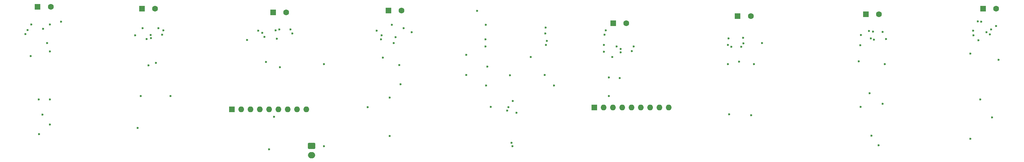
<source format=gbr>
%TF.GenerationSoftware,KiCad,Pcbnew,8.0.8*%
%TF.CreationDate,2025-05-04T20:59:54-05:00*%
%TF.ProjectId,Feedback_sleeve,46656564-6261-4636-9b5f-736c65657665,rev?*%
%TF.SameCoordinates,Original*%
%TF.FileFunction,Copper,L13,Inr*%
%TF.FilePolarity,Positive*%
%FSLAX46Y46*%
G04 Gerber Fmt 4.6, Leading zero omitted, Abs format (unit mm)*
G04 Created by KiCad (PCBNEW 8.0.8) date 2025-05-04 20:59:54*
%MOMM*%
%LPD*%
G01*
G04 APERTURE LIST*
G04 Aperture macros list*
%AMRoundRect*
0 Rectangle with rounded corners*
0 $1 Rounding radius*
0 $2 $3 $4 $5 $6 $7 $8 $9 X,Y pos of 4 corners*
0 Add a 4 corners polygon primitive as box body*
4,1,4,$2,$3,$4,$5,$6,$7,$8,$9,$2,$3,0*
0 Add four circle primitives for the rounded corners*
1,1,$1+$1,$2,$3*
1,1,$1+$1,$4,$5*
1,1,$1+$1,$6,$7*
1,1,$1+$1,$8,$9*
0 Add four rect primitives between the rounded corners*
20,1,$1+$1,$2,$3,$4,$5,0*
20,1,$1+$1,$4,$5,$6,$7,0*
20,1,$1+$1,$6,$7,$8,$9,0*
20,1,$1+$1,$8,$9,$2,$3,0*%
G04 Aperture macros list end*
%TA.AperFunction,ComponentPad*%
%ADD10RoundRect,0.250000X-0.550000X-0.550000X0.550000X-0.550000X0.550000X0.550000X-0.550000X0.550000X0*%
%TD*%
%TA.AperFunction,ComponentPad*%
%ADD11C,1.600000*%
%TD*%
%TA.AperFunction,ComponentPad*%
%ADD12R,1.600000X1.600000*%
%TD*%
%TA.AperFunction,ComponentPad*%
%ADD13O,1.600000X1.600000*%
%TD*%
%TA.AperFunction,ComponentPad*%
%ADD14RoundRect,0.250000X-0.750000X0.600000X-0.750000X-0.600000X0.750000X-0.600000X0.750000X0.600000X0*%
%TD*%
%TA.AperFunction,ComponentPad*%
%ADD15O,2.000000X1.700000*%
%TD*%
%TA.AperFunction,ViaPad*%
%ADD16C,0.600000*%
%TD*%
G04 APERTURE END LIST*
D10*
%TO.N,Net-(J7-Pin_1)*%
%TO.C,J7*%
X242900000Y-17500000D03*
D11*
%TO.N,Net-(J7-Pin_2)*%
X246500000Y-17500000D03*
%TD*%
D10*
%TO.N,Net-(J8-Pin_1)*%
%TO.C,J8*%
X274900000Y-16000000D03*
D11*
%TO.N,Net-(J8-Pin_2)*%
X278500000Y-16000000D03*
%TD*%
D10*
%TO.N,Net-(J2-Pin_1)*%
%TO.C,J2*%
X45200000Y-16000000D03*
D11*
%TO.N,Net-(J2-Pin_2)*%
X48800000Y-16000000D03*
%TD*%
D10*
%TO.N,Net-(J6-Pin_1)*%
%TO.C,J6*%
X207900000Y-18000000D03*
D11*
%TO.N,Net-(J6-Pin_2)*%
X211500000Y-18000000D03*
%TD*%
D10*
%TO.N,Net-(J3-Pin_1)*%
%TO.C,J3*%
X81000000Y-17000000D03*
D11*
%TO.N,Net-(J3-Pin_2)*%
X84600000Y-17000000D03*
%TD*%
D12*
%TO.N,Net-(RN1-common)*%
%TO.C,RN2*%
X69760000Y-43500000D03*
D13*
%TO.N,Net-(RN2-R1)*%
X72300000Y-43500000D03*
%TO.N,Net-(RN2-R2)*%
X74840000Y-43500000D03*
%TO.N,Net-(RN2-R3)*%
X77380000Y-43500000D03*
%TO.N,Net-(RN2-R4)*%
X79920000Y-43500000D03*
%TO.N,Net-(RN2-R5)*%
X82460000Y-43500000D03*
%TO.N,Net-(RN2-R6)*%
X85000000Y-43500000D03*
%TO.N,Net-(RN2-R7)*%
X87540000Y-43500000D03*
%TO.N,Net-(RN2-R8)*%
X90080000Y-43500000D03*
%TD*%
D14*
%TO.N,Net-(J9-Pin_1)*%
%TO.C,J9*%
X91500000Y-53500000D03*
D15*
%TO.N,Net-(J9-Pin_2)*%
X91500000Y-56000000D03*
%TD*%
D10*
%TO.N,Net-(J4-Pin_1)*%
%TO.C,J4*%
X112500000Y-16500000D03*
D11*
%TO.N,Net-(J4-Pin_2)*%
X116100000Y-16500000D03*
%TD*%
D12*
%TO.N,Net-(RN1-common)*%
%TO.C,RN1*%
X168760000Y-43000000D03*
D13*
%TO.N,Net-(RN1-R1)*%
X171300000Y-43000000D03*
%TO.N,Net-(RN1-R2)*%
X173840000Y-43000000D03*
%TO.N,Net-(RN1-R3)*%
X176380000Y-43000000D03*
%TO.N,Net-(RN1-R4)*%
X178920000Y-43000000D03*
%TO.N,Net-(RN1-R5)*%
X181460000Y-43000000D03*
%TO.N,Net-(RN1-R6)*%
X184000000Y-43000000D03*
%TO.N,Net-(RN1-R7)*%
X186540000Y-43000000D03*
%TO.N,Net-(RN1-R8)*%
X189080000Y-43000000D03*
%TD*%
D10*
%TO.N,Net-(J1-Pin_1)*%
%TO.C,J1*%
X16700000Y-15500000D03*
D11*
%TO.N,Net-(J1-Pin_2)*%
X20300000Y-15500000D03*
%TD*%
D10*
%TO.N,Net-(J5-Pin_1)*%
%TO.C,J5*%
X173900000Y-20000000D03*
D11*
%TO.N,Net-(J5-Pin_2)*%
X177500000Y-20000000D03*
%TD*%
D16*
%TO.N,Net-(U1-GND)*%
X17095500Y-50321100D03*
X171377100Y-27752000D03*
X205594700Y-44905300D03*
X14834800Y-28967500D03*
X179017600Y-27617400D03*
X47589500Y-23225400D03*
X110467800Y-24348000D03*
X172682700Y-34819700D03*
X112842700Y-40329300D03*
X208245400Y-30467500D03*
X50728400Y-23100000D03*
X209432800Y-25440000D03*
X272252400Y-23280900D03*
X171566300Y-23086900D03*
X79067000Y-30518700D03*
X46961400Y-31470500D03*
X244401700Y-50745200D03*
X243947400Y-39076400D03*
X44866000Y-39904100D03*
X17001400Y-40829300D03*
X240951400Y-30411500D03*
X274157400Y-40829300D03*
X78663200Y-23693200D03*
X271418700Y-28282100D03*
X110979400Y-29408200D03*
X155457500Y-21133100D03*
X13395100Y-22941500D03*
X214570700Y-25376200D03*
X245123800Y-24500000D03*
%TO.N,Net-(U2-REG)*%
X274410700Y-19564400D03*
X279125700Y-29974700D03*
%TO.N,Net-(U4-REG)*%
X175674700Y-34923400D03*
%TO.N,Net-(U5-REG)*%
X113469400Y-20366500D03*
X115453800Y-31382200D03*
%TO.N,Net-(U10-REG)*%
X45411400Y-21344600D03*
X49065500Y-30811900D03*
%TO.N,Net-(U6-REG)*%
X15016300Y-20335300D03*
X20090700Y-47685200D03*
%TO.N,Net-(U9-REG)*%
X76938700Y-22008700D03*
X82922700Y-31970500D03*
%TO.N,Net-(U7-REG)*%
X243781600Y-22118400D03*
X246384400Y-53336900D03*
%TO.N,Net-(J1-Pin_1)*%
X19292700Y-25376200D03*
%TO.N,Net-(J1-Pin_2)*%
X23082700Y-19564400D03*
%TO.N,Net-(J2-Pin_2)*%
X51017600Y-21908700D03*
%TO.N,Net-(J2-Pin_1)*%
X47668900Y-24070700D03*
%TO.N,Net-(J3-Pin_2)*%
X85786700Y-21656900D03*
%TO.N,Net-(J3-Pin_1)*%
X86280400Y-22742700D03*
%TO.N,Net-(J4-Pin_1)*%
X114461700Y-23761600D03*
%TO.N,Net-(J4-Pin_2)*%
X118886400Y-22470300D03*
%TO.N,Net-(J5-Pin_2)*%
X179457200Y-26300300D03*
%TO.N,Net-(J5-Pin_1)*%
X175926200Y-27900000D03*
%TO.N,Net-(J6-Pin_1)*%
X208896100Y-26420700D03*
%TO.N,Net-(J7-Pin_1)*%
X248395400Y-24250000D03*
%TO.N,Net-(J7-Pin_2)*%
X244868400Y-22227600D03*
%TO.N,Net-(J8-Pin_1)*%
X276779600Y-23010400D03*
%TO.N,Net-(J8-Pin_2)*%
X277122500Y-21666800D03*
%TO.N,Net-(J9-Pin_1)*%
X145754700Y-34211000D03*
X94890700Y-31188000D03*
%TO.N,Net-(U1-PC01_A1_D1)*%
X173685700Y-29242000D03*
X171845900Y-21950500D03*
X139125100Y-20375000D03*
%TO.N,Net-(U1-PC05_A5_D5_SCL)*%
X139557100Y-31818900D03*
%TO.N,Net-(U1-PA03_A8_D8_SCK)*%
X82011000Y-24176200D03*
%TO.N,Net-(U1-PC00_A0_D0)*%
X273512700Y-19481600D03*
X273612700Y-24641500D03*
X136778700Y-16617400D03*
%TO.N,Net-(U1-PC06_A6_D6_TX)*%
X133786700Y-34093900D03*
X205249400Y-31188000D03*
X206170900Y-26416600D03*
%TO.N,Net-(U1-PC02_A2_D2)*%
X139058900Y-24413400D03*
X113954100Y-25376200D03*
%TO.N,Net-(U1-PA04_A9_D9_MISO)*%
X46445800Y-24270700D03*
X151344000Y-29168400D03*
%TO.N,Net-(U1-PC04_A4_D4_SDA)*%
X133786700Y-28647700D03*
%TO.N,Net-(U1-PC07_A7_D7_RX)*%
X155190200Y-34138800D03*
%TO.N,Net-(U1-PC03_A3_D3)*%
X139058900Y-26342800D03*
X241421900Y-25985700D03*
%TO.N,Net-(RN1-common)*%
X139214400Y-36999800D03*
X247484100Y-22339600D03*
X157739200Y-36999800D03*
X20092300Y-40829300D03*
X20090700Y-27682400D03*
X116668800Y-21334700D03*
X53002700Y-39905700D03*
X115830300Y-36619000D03*
X82695300Y-21708700D03*
X278429300Y-20774000D03*
X20090700Y-20330100D03*
X248039400Y-31188000D03*
X247482700Y-41982700D03*
X212337400Y-31188000D03*
X211578700Y-45078700D03*
X175924200Y-26989200D03*
X49716200Y-21330200D03*
X155381200Y-22754500D03*
X209417200Y-23983900D03*
%TO.N,Net-(RN1-R6)*%
X81279700Y-45523400D03*
X81692800Y-21917300D03*
%TO.N,Net-(RN1-R7)*%
X205374400Y-24104900D03*
%TO.N,Net-(RN1-R2)*%
X18070000Y-44981300D03*
X18194400Y-21458700D03*
%TO.N,Net-(RN1-R8)*%
X205233400Y-25927500D03*
%TO.N,Net-(RN1-R5)*%
X78041100Y-22633100D03*
X79930700Y-54435200D03*
%TO.N,Net-(RN1-R3)*%
X43340400Y-23250000D03*
X44026700Y-48623400D03*
%TO.N,Net-(RN1-R1)*%
X13996600Y-21818200D03*
X145314800Y-42912200D03*
%TO.N,Net-(RN1-R4)*%
X144991400Y-43836400D03*
%TO.N,Net-(RN2-R5)*%
X277402700Y-45717500D03*
X275844500Y-22470700D03*
%TO.N,Net-(RN2-R6)*%
X146389300Y-53624600D03*
X272168000Y-21999100D03*
X94871000Y-53624600D03*
X271418700Y-51529300D03*
%TO.N,Net-(RN2-R7)*%
X155792100Y-24795800D03*
X147504600Y-44475500D03*
X244286900Y-24161600D03*
%TO.N,Net-(RN2-R4)*%
X146160000Y-52645400D03*
X171326500Y-25862500D03*
X155558000Y-25896600D03*
%TO.N,Net-(RN2-R8)*%
X241531400Y-23154400D03*
X241498700Y-42811600D03*
%TO.N,Net-(RN2-R2)*%
X140461900Y-42812200D03*
X106858700Y-42942100D03*
X110618800Y-23261600D03*
%TO.N,Net-(RN2-R3)*%
X172682700Y-39905700D03*
X174878000Y-26284700D03*
X146470800Y-41259900D03*
%TO.N,Net-(RN2-R1)*%
X73946700Y-24529200D03*
X112842700Y-50827800D03*
X109318900Y-22028000D03*
%TD*%
M02*

</source>
